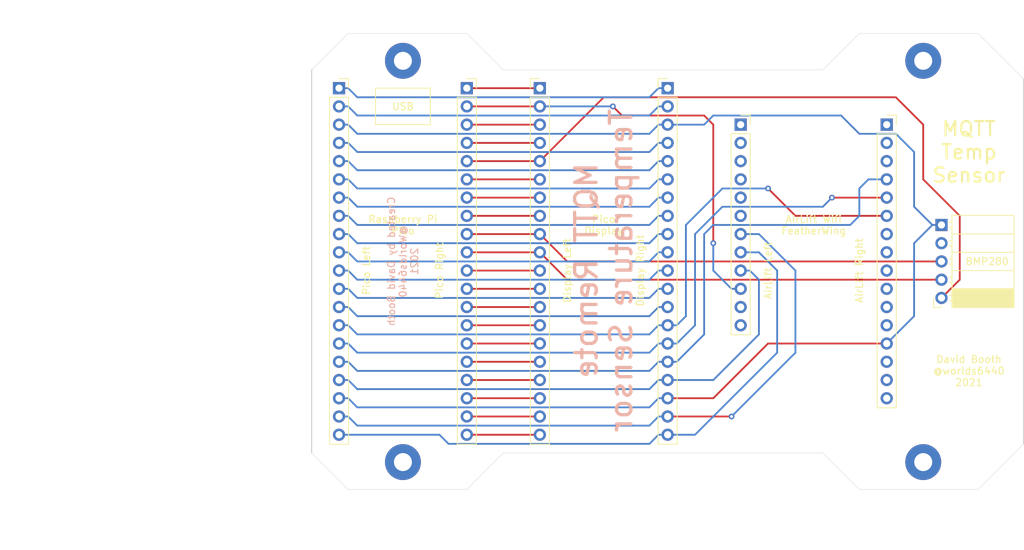
<source format=kicad_pcb>
(kicad_pcb (version 20171130) (host pcbnew "(5.1.9)-1")

  (general
    (thickness 1.6)
    (drawings 29)
    (tracks 199)
    (zones 0)
    (modules 11)
    (nets 1)
  )

  (page A4)
  (layers
    (0 F.Cu signal)
    (31 B.Cu signal)
    (32 B.Adhes user)
    (33 F.Adhes user)
    (34 B.Paste user)
    (35 F.Paste user)
    (36 B.SilkS user)
    (37 F.SilkS user)
    (38 B.Mask user)
    (39 F.Mask user)
    (40 Dwgs.User user)
    (41 Cmts.User user)
    (42 Eco1.User user)
    (43 Eco2.User user)
    (44 Edge.Cuts user)
    (45 Margin user)
    (46 B.CrtYd user)
    (47 F.CrtYd user)
    (48 B.Fab user)
    (49 F.Fab user)
  )

  (setup
    (last_trace_width 0.25)
    (trace_clearance 0.2)
    (zone_clearance 0.508)
    (zone_45_only no)
    (trace_min 0.2)
    (via_size 0.8)
    (via_drill 0.4)
    (via_min_size 0.4)
    (via_min_drill 0.3)
    (uvia_size 0.3)
    (uvia_drill 0.1)
    (uvias_allowed no)
    (uvia_min_size 0.2)
    (uvia_min_drill 0.1)
    (edge_width 0.05)
    (segment_width 0.2)
    (pcb_text_width 0.3)
    (pcb_text_size 1.5 1.5)
    (mod_edge_width 0.12)
    (mod_text_size 1 1)
    (mod_text_width 0.15)
    (pad_size 1.7 1.7)
    (pad_drill 1)
    (pad_to_mask_clearance 0)
    (aux_axis_origin 0 0)
    (visible_elements 7FFFFFFF)
    (pcbplotparams
      (layerselection 0x010f0_ffffffff)
      (usegerberextensions false)
      (usegerberattributes true)
      (usegerberadvancedattributes true)
      (creategerberjobfile false)
      (excludeedgelayer false)
      (linewidth 0.150000)
      (plotframeref false)
      (viasonmask false)
      (mode 1)
      (useauxorigin true)
      (hpglpennumber 1)
      (hpglpenspeed 20)
      (hpglpendiameter 15.000000)
      (psnegative false)
      (psa4output false)
      (plotreference true)
      (plotvalue true)
      (plotinvisibletext false)
      (padsonsilk true)
      (subtractmaskfromsilk false)
      (outputformat 1)
      (mirror false)
      (drillshape 0)
      (scaleselection 1)
      (outputdirectory "plots/"))
  )

  (net 0 "")

  (net_class Default "This is the default net class."
    (clearance 0.2)
    (trace_width 0.25)
    (via_dia 0.8)
    (via_drill 0.4)
    (uvia_dia 0.3)
    (uvia_drill 0.1)
  )

  (module MountingHole:MountingHole_2.5mm_Pad_TopBottom (layer F.Cu) (tedit 56D1B4CB) (tstamp 606919A9)
    (at 31.75 77.47)
    (descr "Mounting Hole 2.5mm")
    (tags "mounting hole 2.5mm")
    (attr virtual)
    (fp_text reference REF** (at 0 10.16) (layer F.Fab)
      (effects (font (size 1 1) (thickness 0.15)))
    )
    (fp_text value MountingHole_2.5mm_Pad_TopBottom (at -41.91 -31.75) (layer F.Fab)
      (effects (font (size 1 1) (thickness 0.15)))
    )
    (fp_circle (center 0 0) (end 2.5 0) (layer Cmts.User) (width 0.15))
    (fp_circle (center 0 0) (end 2.75 0) (layer F.CrtYd) (width 0.05))
    (fp_text user %R (at 0.3 0) (layer F.Fab)
      (effects (font (size 1 1) (thickness 0.15)))
    )
    (pad 1 thru_hole circle (at 0 0) (size 2.9 2.9) (drill 2.5) (layers *.Cu *.Mask))
    (pad 1 connect circle (at 0 0) (size 5 5) (layers F.Cu F.Mask))
    (pad 1 connect circle (at 0 0) (size 5 5) (layers B.Cu B.Mask))
  )

  (module MountingHole:MountingHole_2.5mm_Pad_TopBottom (layer F.Cu) (tedit 56D1B4CB) (tstamp 606919A9)
    (at 104.14 77.47)
    (descr "Mounting Hole 2.5mm")
    (tags "mounting hole 2.5mm")
    (attr virtual)
    (fp_text reference REF** (at 0 11.43) (layer F.Fab)
      (effects (font (size 1 1) (thickness 0.15)))
    )
    (fp_text value MountingHole_2.5mm_Pad_TopBottom (at -113.03 -29.21) (layer F.Fab)
      (effects (font (size 1 1) (thickness 0.15)))
    )
    (fp_circle (center 0 0) (end 2.5 0) (layer Cmts.User) (width 0.15))
    (fp_circle (center 0 0) (end 2.75 0) (layer F.CrtYd) (width 0.05))
    (fp_text user %R (at 0.3 0) (layer F.Fab)
      (effects (font (size 1 1) (thickness 0.15)))
    )
    (pad 1 thru_hole circle (at 0 0) (size 2.9 2.9) (drill 2.5) (layers *.Cu *.Mask))
    (pad 1 connect circle (at 0 0) (size 5 5) (layers F.Cu F.Mask))
    (pad 1 connect circle (at 0 0) (size 5 5) (layers B.Cu B.Mask))
  )

  (module MountingHole:MountingHole_2.5mm_Pad_TopBottom (layer F.Cu) (tedit 56D1B4CB) (tstamp 606919A9)
    (at 104.14 21.59)
    (descr "Mounting Hole 2.5mm")
    (tags "mounting hole 2.5mm")
    (attr virtual)
    (fp_text reference REF** (at 0 -7.62) (layer F.Fab)
      (effects (font (size 1 1) (thickness 0.15)))
    )
    (fp_text value MountingHole_2.5mm_Pad_TopBottom (at -113.03 29.21) (layer F.Fab)
      (effects (font (size 1 1) (thickness 0.15)))
    )
    (fp_circle (center 0 0) (end 2.5 0) (layer Cmts.User) (width 0.15))
    (fp_circle (center 0 0) (end 2.75 0) (layer F.CrtYd) (width 0.05))
    (fp_text user %R (at 0.3 0) (layer F.Fab)
      (effects (font (size 1 1) (thickness 0.15)))
    )
    (pad 1 thru_hole circle (at 0 0) (size 2.9 2.9) (drill 2.5) (layers *.Cu *.Mask))
    (pad 1 connect circle (at 0 0) (size 5 5) (layers F.Cu F.Mask))
    (pad 1 connect circle (at 0 0) (size 5 5) (layers B.Cu B.Mask))
  )

  (module MountingHole:MountingHole_2.5mm_Pad_TopBottom (layer F.Cu) (tedit 56D1B4CB) (tstamp 606919A4)
    (at 31.75 21.59)
    (descr "Mounting Hole 2.5mm")
    (tags "mounting hole 2.5mm")
    (attr virtual)
    (fp_text reference REF** (at 0 -7.62) (layer F.Fab)
      (effects (font (size 1 1) (thickness 0.15)))
    )
    (fp_text value MountingHole_2.5mm_Pad_TopBottom (at -41.91 21.59) (layer F.Fab)
      (effects (font (size 1 1) (thickness 0.15)))
    )
    (fp_circle (center 0 0) (end 2.5 0) (layer Cmts.User) (width 0.15))
    (fp_circle (center 0 0) (end 2.75 0) (layer F.CrtYd) (width 0.05))
    (fp_text user %R (at 0.3 0) (layer F.Fab)
      (effects (font (size 1 1) (thickness 0.15)))
    )
    (pad 1 connect circle (at 0 0) (size 5 5) (layers B.Cu B.Mask))
    (pad 1 connect circle (at 0 0) (size 5 5) (layers F.Cu F.Mask))
    (pad 1 thru_hole circle (at 0 0) (size 2.9 2.9) (drill 2.5) (layers *.Cu *.Mask))
  )

  (module Connector_PinSocket_2.54mm:PinSocket_1x05_P2.54mm_Horizontal (layer F.Cu) (tedit 6068CDDF) (tstamp 60690CC9)
    (at 106.68 54.61 180)
    (descr "Through hole angled socket strip, 1x05, 2.54mm pitch, 8.51mm socket length, single row (from Kicad 4.0.7), script generated")
    (tags "Through hole angled socket strip THT 1x05 2.54mm single row")
    (fp_text reference BMP280 (at 127 -3.81) (layer F.Fab)
      (effects (font (size 1 1) (thickness 0.15)))
    )
    (fp_text value PinSocket_1x05_P2.54mm_Horizontal (at 116.84 12.93) (layer F.Fab)
      (effects (font (size 1 1) (thickness 0.15)))
    )
    (fp_line (start -10.03 -1.27) (end -2.49 -1.27) (layer F.Fab) (width 0.1))
    (fp_line (start -2.49 -1.27) (end -1.52 -0.3) (layer F.Fab) (width 0.1))
    (fp_line (start -1.52 -0.3) (end -1.52 11.43) (layer F.Fab) (width 0.1))
    (fp_line (start -1.52 11.43) (end -10.03 11.43) (layer F.Fab) (width 0.1))
    (fp_line (start -10.03 11.43) (end -10.03 -1.27) (layer F.Fab) (width 0.1))
    (fp_line (start 0 -0.3) (end -1.52 -0.3) (layer F.Fab) (width 0.1))
    (fp_line (start -1.52 0.3) (end 0 0.3) (layer F.Fab) (width 0.1))
    (fp_line (start 0 0.3) (end 0 -0.3) (layer F.Fab) (width 0.1))
    (fp_line (start 0 2.24) (end -1.52 2.24) (layer F.Fab) (width 0.1))
    (fp_line (start -1.52 2.84) (end 0 2.84) (layer F.Fab) (width 0.1))
    (fp_line (start 0 2.84) (end 0 2.24) (layer F.Fab) (width 0.1))
    (fp_line (start 0 4.78) (end -1.52 4.78) (layer F.Fab) (width 0.1))
    (fp_line (start -1.52 5.38) (end 0 5.38) (layer F.Fab) (width 0.1))
    (fp_line (start 0 5.38) (end 0 4.78) (layer F.Fab) (width 0.1))
    (fp_line (start 0 7.32) (end -1.52 7.32) (layer F.Fab) (width 0.1))
    (fp_line (start -1.52 7.92) (end 0 7.92) (layer F.Fab) (width 0.1))
    (fp_line (start 0 7.92) (end 0 7.32) (layer F.Fab) (width 0.1))
    (fp_line (start 0 9.86) (end -1.52 9.86) (layer F.Fab) (width 0.1))
    (fp_line (start -1.52 10.46) (end 0 10.46) (layer F.Fab) (width 0.1))
    (fp_line (start 0 10.46) (end 0 9.86) (layer F.Fab) (width 0.1))
    (fp_line (start -10.09 -1.21) (end -1.46 -1.21) (layer F.SilkS) (width 0.12))
    (fp_line (start -10.09 -1.091905) (end -1.46 -1.091905) (layer F.SilkS) (width 0.12))
    (fp_line (start -10.09 -0.97381) (end -1.46 -0.97381) (layer F.SilkS) (width 0.12))
    (fp_line (start -10.09 -0.855715) (end -1.46 -0.855715) (layer F.SilkS) (width 0.12))
    (fp_line (start -10.09 -0.73762) (end -1.46 -0.73762) (layer F.SilkS) (width 0.12))
    (fp_line (start -10.09 -0.619525) (end -1.46 -0.619525) (layer F.SilkS) (width 0.12))
    (fp_line (start -10.09 -0.50143) (end -1.46 -0.50143) (layer F.SilkS) (width 0.12))
    (fp_line (start -10.09 -0.383335) (end -1.46 -0.383335) (layer F.SilkS) (width 0.12))
    (fp_line (start -10.09 -0.26524) (end -1.46 -0.26524) (layer F.SilkS) (width 0.12))
    (fp_line (start -10.09 -0.147145) (end -1.46 -0.147145) (layer F.SilkS) (width 0.12))
    (fp_line (start -10.09 -0.02905) (end -1.46 -0.02905) (layer F.SilkS) (width 0.12))
    (fp_line (start -10.09 0.089045) (end -1.46 0.089045) (layer F.SilkS) (width 0.12))
    (fp_line (start -10.09 0.20714) (end -1.46 0.20714) (layer F.SilkS) (width 0.12))
    (fp_line (start -10.09 0.325235) (end -1.46 0.325235) (layer F.SilkS) (width 0.12))
    (fp_line (start -10.09 0.44333) (end -1.46 0.44333) (layer F.SilkS) (width 0.12))
    (fp_line (start -10.09 0.561425) (end -1.46 0.561425) (layer F.SilkS) (width 0.12))
    (fp_line (start -10.09 0.67952) (end -1.46 0.67952) (layer F.SilkS) (width 0.12))
    (fp_line (start -10.09 0.797615) (end -1.46 0.797615) (layer F.SilkS) (width 0.12))
    (fp_line (start -10.09 0.91571) (end -1.46 0.91571) (layer F.SilkS) (width 0.12))
    (fp_line (start -10.09 1.033805) (end -1.46 1.033805) (layer F.SilkS) (width 0.12))
    (fp_line (start -10.09 1.1519) (end -1.46 1.1519) (layer F.SilkS) (width 0.12))
    (fp_line (start -1.46 -0.36) (end -1.11 -0.36) (layer F.SilkS) (width 0.12))
    (fp_line (start -1.46 0.36) (end -1.11 0.36) (layer F.SilkS) (width 0.12))
    (fp_line (start -1.46 2.18) (end -1.05 2.18) (layer F.SilkS) (width 0.12))
    (fp_line (start -1.46 2.9) (end -1.05 2.9) (layer F.SilkS) (width 0.12))
    (fp_line (start -1.46 4.72) (end -1.05 4.72) (layer F.SilkS) (width 0.12))
    (fp_line (start -1.46 5.44) (end -1.05 5.44) (layer F.SilkS) (width 0.12))
    (fp_line (start -1.46 7.26) (end -1.05 7.26) (layer F.SilkS) (width 0.12))
    (fp_line (start -1.46 7.98) (end -1.05 7.98) (layer F.SilkS) (width 0.12))
    (fp_line (start -1.46 9.8) (end -1.05 9.8) (layer F.SilkS) (width 0.12))
    (fp_line (start -1.46 10.52) (end -1.05 10.52) (layer F.SilkS) (width 0.12))
    (fp_line (start -10.09 1.27) (end -1.46 1.27) (layer F.SilkS) (width 0.12))
    (fp_line (start -10.09 3.81) (end -1.46 3.81) (layer F.SilkS) (width 0.12))
    (fp_line (start -10.09 6.35) (end -1.46 6.35) (layer F.SilkS) (width 0.12))
    (fp_line (start -10.09 8.89) (end -1.46 8.89) (layer F.SilkS) (width 0.12))
    (fp_line (start -10.09 -1.33) (end -1.46 -1.33) (layer F.SilkS) (width 0.12))
    (fp_line (start -1.46 -1.33) (end -1.46 11.49) (layer F.SilkS) (width 0.12))
    (fp_line (start -10.09 11.49) (end -1.46 11.49) (layer F.SilkS) (width 0.12))
    (fp_line (start -10.09 -1.33) (end -10.09 11.49) (layer F.SilkS) (width 0.12))
    (fp_line (start 1.11 -1.33) (end 1.11 0) (layer F.SilkS) (width 0.12))
    (fp_line (start 0 -1.33) (end 1.11 -1.33) (layer F.SilkS) (width 0.12))
    (fp_line (start 1.75 -1.75) (end -10.55 -1.75) (layer F.CrtYd) (width 0.05))
    (fp_line (start -10.55 -1.75) (end -10.55 11.95) (layer F.CrtYd) (width 0.05))
    (fp_line (start -10.55 11.95) (end 1.75 11.95) (layer F.CrtYd) (width 0.05))
    (fp_line (start 1.75 11.95) (end 1.75 -1.75) (layer F.CrtYd) (width 0.05))
    (pad 3V3 thru_hole oval (at 0 0 180) (size 1.7 1.7) (drill 1) (layers *.Cu *.Mask))
    (pad SDA thru_hole oval (at 0 2.54 180) (size 1.7 1.7) (drill 1) (layers *.Cu *.Mask))
    (pad SCL thru_hole oval (at 0 5.08 180) (size 1.7 1.7) (drill 1) (layers *.Cu *.Mask))
    (pad "" thru_hole oval (at 0 7.62 180) (size 1.7 1.7) (drill 1) (layers *.Cu *.Mask))
    (pad GND thru_hole rect (at 0 10.16 180) (size 1.7 1.7) (drill 1) (layers *.Cu *.Mask))
    (model ${KISYS3DMOD}/Connector_PinSocket_2.54mm.3dshapes/PinSocket_1x05_P2.54mm_Horizontal.wrl
      (at (xyz 0 0 0))
      (scale (xyz 1 1 1))
      (rotate (xyz 0 0 0))
    )
  )

  (module Connector_PinSocket_2.54mm:PinSocket_1x16_P2.54mm_Vertical (layer F.Cu) (tedit 6068CCE6) (tstamp 60690A1C)
    (at 99.06 30.48)
    (descr "Through hole straight socket strip, 1x16, 2.54mm pitch, single row (from Kicad 4.0.7), script generated")
    (tags "Through hole socket strip THT 1x16 2.54mm single row")
    (fp_text reference "AirLift Right" (at -3.81 20.32 90) (layer F.SilkS)
      (effects (font (size 1 1) (thickness 0.15)))
    )
    (fp_text value PinSocket_1x16_P2.54mm_Vertical (at -109.22 7.62) (layer F.Fab)
      (effects (font (size 1 1) (thickness 0.15)))
    )
    (fp_line (start -1.27 -1.27) (end 0.635 -1.27) (layer F.Fab) (width 0.1))
    (fp_line (start 0.635 -1.27) (end 1.27 -0.635) (layer F.Fab) (width 0.1))
    (fp_line (start 1.27 -0.635) (end 1.27 39.37) (layer F.Fab) (width 0.1))
    (fp_line (start 1.27 39.37) (end -1.27 39.37) (layer F.Fab) (width 0.1))
    (fp_line (start -1.27 39.37) (end -1.27 -1.27) (layer F.Fab) (width 0.1))
    (fp_line (start -1.33 1.27) (end 1.33 1.27) (layer F.SilkS) (width 0.12))
    (fp_line (start -1.33 1.27) (end -1.33 39.43) (layer F.SilkS) (width 0.12))
    (fp_line (start -1.33 39.43) (end 1.33 39.43) (layer F.SilkS) (width 0.12))
    (fp_line (start 1.33 1.27) (end 1.33 39.43) (layer F.SilkS) (width 0.12))
    (fp_line (start 1.33 -1.33) (end 1.33 0) (layer F.SilkS) (width 0.12))
    (fp_line (start 0 -1.33) (end 1.33 -1.33) (layer F.SilkS) (width 0.12))
    (fp_line (start -1.8 -1.8) (end 1.75 -1.8) (layer F.CrtYd) (width 0.05))
    (fp_line (start 1.75 -1.8) (end 1.75 39.9) (layer F.CrtYd) (width 0.05))
    (fp_line (start 1.75 39.9) (end -1.8 39.9) (layer F.CrtYd) (width 0.05))
    (fp_line (start -1.8 39.9) (end -1.8 -1.8) (layer F.CrtYd) (width 0.05))
    (fp_text user %R (at -99.06 41.91 90) (layer F.Fab)
      (effects (font (size 1 1) (thickness 0.15)))
    )
    (pad "" thru_hole oval (at 0 38.1) (size 1.7 1.7) (drill 1) (layers *.Cu *.Mask))
    (pad "" thru_hole oval (at 0 35.56) (size 1.7 1.7) (drill 1) (layers *.Cu *.Mask))
    (pad "" thru_hole oval (at 0 33.02) (size 1.7 1.7) (drill 1) (layers *.Cu *.Mask))
    (pad GND thru_hole oval (at 0 30.48) (size 1.7 1.7) (drill 1) (layers *.Cu *.Mask))
    (pad "" thru_hole oval (at 0 27.94) (size 1.7 1.7) (drill 1) (layers *.Cu *.Mask))
    (pad "" thru_hole oval (at 0 25.4) (size 1.7 1.7) (drill 1) (layers *.Cu *.Mask))
    (pad "" thru_hole oval (at 0 22.86) (size 1.7 1.7) (drill 1) (layers *.Cu *.Mask))
    (pad "" thru_hole oval (at 0 20.32) (size 1.7 1.7) (drill 1) (layers *.Cu *.Mask))
    (pad "" thru_hole oval (at 0 17.78) (size 1.7 1.7) (drill 1) (layers *.Cu *.Mask))
    (pad "" thru_hole oval (at 0 15.24) (size 1.7 1.7) (drill 1) (layers *.Cu *.Mask))
    (pad SCK thru_hole oval (at 0 12.7) (size 1.7 1.7) (drill 1) (layers *.Cu *.Mask))
    (pad MOSI thru_hole oval (at 0 10.16) (size 1.7 1.7) (drill 1) (layers *.Cu *.Mask))
    (pad MISO thru_hole oval (at 0 7.62) (size 1.7 1.7) (drill 1) (layers *.Cu *.Mask))
    (pad ESPTX thru_hole oval (at 0 5.08) (size 1.7 1.7) (drill 1) (layers *.Cu *.Mask))
    (pad ESPRX thru_hole oval (at 0 2.54) (size 1.7 1.7) (drill 1) (layers *.Cu *.Mask))
    (pad "" thru_hole rect (at 0 0) (size 1.7 1.7) (drill 1) (layers *.Cu *.Mask))
    (model ${KISYS3DMOD}/Connector_PinSocket_2.54mm.3dshapes/PinSocket_1x16_P2.54mm_Vertical.wrl
      (at (xyz 0 0 0))
      (scale (xyz 1 1 1))
      (rotate (xyz 0 0 0))
    )
  )

  (module Connector_PinSocket_2.54mm:PinSocket_1x12_P2.54mm_Vertical (layer F.Cu) (tedit 6068CC73) (tstamp 60690909)
    (at 78.74 30.48)
    (descr "Through hole straight socket strip, 1x12, 2.54mm pitch, single row (from Kicad 4.0.7), script generated")
    (tags "Through hole socket strip THT 1x12 2.54mm single row")
    (fp_text reference "AirLift Left" (at 3.81 20.32 -90) (layer F.SilkS)
      (effects (font (size 1 1) (thickness 0.15)))
    )
    (fp_text value PinSocket_1x12_P2.54mm_Vertical (at -88.9 5.08) (layer F.Fab)
      (effects (font (size 1 1) (thickness 0.15)))
    )
    (fp_line (start -1.27 -1.27) (end 0.635 -1.27) (layer F.Fab) (width 0.1))
    (fp_line (start 0.635 -1.27) (end 1.27 -0.635) (layer F.Fab) (width 0.1))
    (fp_line (start 1.27 -0.635) (end 1.27 29.21) (layer F.Fab) (width 0.1))
    (fp_line (start 1.27 29.21) (end -1.27 29.21) (layer F.Fab) (width 0.1))
    (fp_line (start -1.27 29.21) (end -1.27 -1.27) (layer F.Fab) (width 0.1))
    (fp_line (start -1.33 1.27) (end 1.33 1.27) (layer F.SilkS) (width 0.12))
    (fp_line (start -1.33 1.27) (end -1.33 29.27) (layer F.SilkS) (width 0.12))
    (fp_line (start -1.33 29.27) (end 1.33 29.27) (layer F.SilkS) (width 0.12))
    (fp_line (start 1.33 1.27) (end 1.33 29.27) (layer F.SilkS) (width 0.12))
    (fp_line (start 1.33 -1.33) (end 1.33 0) (layer F.SilkS) (width 0.12))
    (fp_line (start 0 -1.33) (end 1.33 -1.33) (layer F.SilkS) (width 0.12))
    (fp_line (start -1.8 -1.8) (end 1.75 -1.8) (layer F.CrtYd) (width 0.05))
    (fp_line (start 1.75 -1.8) (end 1.75 29.7) (layer F.CrtYd) (width 0.05))
    (fp_line (start 1.75 29.7) (end -1.8 29.7) (layer F.CrtYd) (width 0.05))
    (fp_line (start -1.8 29.7) (end -1.8 -1.8) (layer F.CrtYd) (width 0.05))
    (fp_text user %R (at -78.74 33.02 90) (layer F.Fab)
      (effects (font (size 1 1) (thickness 0.15)))
    )
    (pad "" thru_hole oval (at 0 27.94) (size 1.7 1.7) (drill 1) (layers *.Cu *.Mask))
    (pad EN thru_hole oval (at 0 25.4) (size 1.7 1.7) (drill 1) (layers *.Cu *.Mask))
    (pad VUSB thru_hole oval (at 0 22.86) (size 1.7 1.7) (drill 1) (layers *.Cu *.Mask))
    (pad ESPCS thru_hole oval (at 0 20.32) (size 1.7 1.7) (drill 1) (layers *.Cu *.Mask))
    (pad ESPRST thru_hole oval (at 0 17.78) (size 1.7 1.7) (drill 1) (layers *.Cu *.Mask))
    (pad ESPBUSY thru_hole oval (at 0 15.24) (size 1.7 1.7) (drill 1) (layers *.Cu *.Mask))
    (pad ESPGPIO0 thru_hole oval (at 0 12.7) (size 1.7 1.7) (drill 1) (layers *.Cu *.Mask))
    (pad "" thru_hole oval (at 0 10.16) (size 1.7 1.7) (drill 1) (layers *.Cu *.Mask))
    (pad "" thru_hole oval (at 0 7.62) (size 1.7 1.7) (drill 1) (layers *.Cu *.Mask))
    (pad "" thru_hole oval (at 0 5.08) (size 1.7 1.7) (drill 1) (layers *.Cu *.Mask))
    (pad SCL thru_hole oval (at 0 2.54) (size 1.7 1.7) (drill 1) (layers *.Cu *.Mask))
    (pad SDA thru_hole rect (at 0 0) (size 1.7 1.7) (drill 1) (layers *.Cu *.Mask))
    (model ${KISYS3DMOD}/Connector_PinSocket_2.54mm.3dshapes/PinSocket_1x12_P2.54mm_Vertical.wrl
      (at (xyz 0 0 0))
      (scale (xyz 1 1 1))
      (rotate (xyz 0 0 0))
    )
  )

  (module Connector_PinHeader_2.54mm:PinHeader_1x20_P2.54mm_Vertical (layer F.Cu) (tedit 6068C790) (tstamp 6068DEA1)
    (at 50.8 25.4)
    (descr "Through hole straight pin header, 1x20, 2.54mm pitch, single row")
    (tags "Through hole pin header THT 1x20 2.54mm single row")
    (fp_text reference "Display Left" (at 3.81 25.4 -90) (layer F.SilkS)
      (effects (font (size 1 1) (thickness 0.15)))
    )
    (fp_text value PinHeader_1x20_P2.54mm_Vertical (at -60.96 5.08) (layer F.Fab)
      (effects (font (size 1 1) (thickness 0.15)))
    )
    (fp_line (start -0.635 -1.27) (end 1.27 -1.27) (layer F.Fab) (width 0.1))
    (fp_line (start 1.27 -1.27) (end 1.27 49.53) (layer F.Fab) (width 0.1))
    (fp_line (start 1.27 49.53) (end -1.27 49.53) (layer F.Fab) (width 0.1))
    (fp_line (start -1.27 49.53) (end -1.27 -0.635) (layer F.Fab) (width 0.1))
    (fp_line (start -1.27 -0.635) (end -0.635 -1.27) (layer F.Fab) (width 0.1))
    (fp_line (start -1.33 49.59) (end 1.33 49.59) (layer F.SilkS) (width 0.12))
    (fp_line (start -1.33 1.27) (end -1.33 49.59) (layer F.SilkS) (width 0.12))
    (fp_line (start 1.33 1.27) (end 1.33 49.59) (layer F.SilkS) (width 0.12))
    (fp_line (start -1.33 1.27) (end 1.33 1.27) (layer F.SilkS) (width 0.12))
    (fp_line (start -1.33 0) (end -1.33 -1.33) (layer F.SilkS) (width 0.12))
    (fp_line (start -1.33 -1.33) (end 0 -1.33) (layer F.SilkS) (width 0.12))
    (fp_line (start -1.8 -1.8) (end -1.8 50.05) (layer F.CrtYd) (width 0.05))
    (fp_line (start -1.8 50.05) (end 1.8 50.05) (layer F.CrtYd) (width 0.05))
    (fp_line (start 1.8 50.05) (end 1.8 -1.8) (layer F.CrtYd) (width 0.05))
    (fp_line (start 1.8 -1.8) (end -1.8 -1.8) (layer F.CrtYd) (width 0.05))
    (fp_text user %R (at -48.26 45.72 90) (layer F.Fab)
      (effects (font (size 1 1) (thickness 0.15)))
    )
    (pad GP16 thru_hole oval (at 0 48.26) (size 1.7 1.7) (drill 1) (layers *.Cu *.Mask))
    (pad GP17 thru_hole oval (at 0 45.72) (size 1.7 1.7) (drill 1) (layers *.Cu *.Mask))
    (pad GND thru_hole oval (at 0 43.18) (size 1.7 1.7) (drill 1) (layers *.Cu *.Mask))
    (pad GP18 thru_hole oval (at 0 40.64) (size 1.7 1.7) (drill 1) (layers *.Cu *.Mask))
    (pad GP19 thru_hole oval (at 0 38.1) (size 1.7 1.7) (drill 1) (layers *.Cu *.Mask))
    (pad GP20 thru_hole oval (at 0 35.56) (size 1.7 1.7) (drill 1) (layers *.Cu *.Mask))
    (pad GP21 thru_hole oval (at 0 33.02) (size 1.7 1.7) (drill 1) (layers *.Cu *.Mask))
    (pad GND thru_hole oval (at 0 30.48) (size 1.7 1.7) (drill 1) (layers *.Cu *.Mask))
    (pad GP22 thru_hole oval (at 0 27.94) (size 1.7 1.7) (drill 1) (layers *.Cu *.Mask))
    (pad RUN thru_hole oval (at 0 25.4) (size 1.7 1.7) (drill 1) (layers *.Cu *.Mask))
    (pad GP26 thru_hole oval (at 0 22.86) (size 1.7 1.7) (drill 1) (layers *.Cu *.Mask))
    (pad GP27 thru_hole oval (at 0 20.32) (size 1.7 1.7) (drill 1) (layers *.Cu *.Mask))
    (pad GND thru_hole oval (at 0 17.78) (size 1.7 1.7) (drill 1) (layers *.Cu *.Mask))
    (pad GP28 thru_hole oval (at 0 15.24) (size 1.7 1.7) (drill 1) (layers *.Cu *.Mask))
    (pad VREF thru_hole oval (at 0 12.7) (size 1.7 1.7) (drill 1) (layers *.Cu *.Mask))
    (pad 3V3 thru_hole oval (at 0 10.16) (size 1.7 1.7) (drill 1) (layers *.Cu *.Mask))
    (pad 3V3EN thru_hole oval (at 0 7.62) (size 1.7 1.7) (drill 1) (layers *.Cu *.Mask))
    (pad GND thru_hole oval (at 0 5.08) (size 1.7 1.7) (drill 1) (layers *.Cu *.Mask))
    (pad VSYS thru_hole oval (at 0 2.54) (size 1.7 1.7) (drill 1) (layers *.Cu *.Mask))
    (pad VBUS thru_hole rect (at 0 0) (size 1.7 1.7) (drill 1) (layers *.Cu *.Mask))
    (model ${KISYS3DMOD}/Connector_PinHeader_2.54mm.3dshapes/PinHeader_1x20_P2.54mm_Vertical.wrl
      (at (xyz 0 0 0))
      (scale (xyz 1 1 1))
      (rotate (xyz 0 0 0))
    )
  )

  (module Connector_PinSocket_2.54mm:PinSocket_1x20_P2.54mm_Vertical (layer F.Cu) (tedit 6068C4A2) (tstamp 6068E5E3)
    (at 22.86 25.4)
    (descr "Through hole straight socket strip, 1x20, 2.54mm pitch, single row (from Kicad 4.0.7), script generated")
    (tags "Through hole socket strip THT 1x20 2.54mm single row")
    (fp_text reference "Pico Left" (at 3.81 25.4 -90) (layer F.SilkS)
      (effects (font (size 1 1) (thickness 0.15)))
    )
    (fp_text value PinSocket_1x20_P2.54mm_Vertical (at -33.02 0) (layer F.Fab)
      (effects (font (size 1 1) (thickness 0.15)))
    )
    (fp_line (start -1.27 -1.27) (end 0.635 -1.27) (layer F.Fab) (width 0.1))
    (fp_line (start 0.635 -1.27) (end 1.27 -0.635) (layer F.Fab) (width 0.1))
    (fp_line (start 1.27 -0.635) (end 1.27 49.53) (layer F.Fab) (width 0.1))
    (fp_line (start 1.27 49.53) (end -1.27 49.53) (layer F.Fab) (width 0.1))
    (fp_line (start -1.27 49.53) (end -1.27 -1.27) (layer F.Fab) (width 0.1))
    (fp_line (start -1.33 1.27) (end 1.33 1.27) (layer F.SilkS) (width 0.12))
    (fp_line (start -1.33 1.27) (end -1.33 49.59) (layer F.SilkS) (width 0.12))
    (fp_line (start -1.33 49.59) (end 1.33 49.59) (layer F.SilkS) (width 0.12))
    (fp_line (start 1.33 1.27) (end 1.33 49.59) (layer F.SilkS) (width 0.12))
    (fp_line (start 1.33 -1.33) (end 1.33 0) (layer F.SilkS) (width 0.12))
    (fp_line (start 0 -1.33) (end 1.33 -1.33) (layer F.SilkS) (width 0.12))
    (fp_line (start -1.8 -1.8) (end 1.75 -1.8) (layer F.CrtYd) (width 0.05))
    (fp_line (start 1.75 -1.8) (end 1.75 50) (layer F.CrtYd) (width 0.05))
    (fp_line (start 1.75 50) (end -1.8 50) (layer F.CrtYd) (width 0.05))
    (fp_line (start -1.8 50) (end -1.8 -1.8) (layer F.CrtYd) (width 0.05))
    (fp_text user %R (at -20.32 36.83 90) (layer F.Fab)
      (effects (font (size 1 1) (thickness 0.15)))
    )
    (pad GP0 thru_hole rect (at 0 0) (size 1.7 1.7) (drill 1) (layers *.Cu *.Mask))
    (pad GP1 thru_hole oval (at 0 2.54) (size 1.7 1.7) (drill 1) (layers *.Cu *.Mask))
    (pad GND thru_hole oval (at 0 5.08) (size 1.7 1.7) (drill 1) (layers *.Cu *.Mask))
    (pad GP2 thru_hole oval (at 0 7.62) (size 1.7 1.7) (drill 1) (layers *.Cu *.Mask))
    (pad GP3 thru_hole oval (at 0 10.16) (size 1.7 1.7) (drill 1) (layers *.Cu *.Mask))
    (pad GP4 thru_hole oval (at 0 12.7) (size 1.7 1.7) (drill 1) (layers *.Cu *.Mask))
    (pad GP5 thru_hole oval (at 0 15.24) (size 1.7 1.7) (drill 1) (layers *.Cu *.Mask))
    (pad GND thru_hole oval (at 0 17.78) (size 1.7 1.7) (drill 1) (layers *.Cu *.Mask))
    (pad GP6 thru_hole oval (at 0 20.32) (size 1.7 1.7) (drill 1) (layers *.Cu *.Mask))
    (pad GP7 thru_hole oval (at 0 22.86) (size 1.7 1.7) (drill 1) (layers *.Cu *.Mask))
    (pad GP8 thru_hole oval (at 0 25.4) (size 1.7 1.7) (drill 1) (layers *.Cu *.Mask))
    (pad GP9 thru_hole oval (at 0 27.94) (size 1.7 1.7) (drill 1) (layers *.Cu *.Mask))
    (pad GND thru_hole oval (at 0 30.48) (size 1.7 1.7) (drill 1) (layers *.Cu *.Mask))
    (pad GP10 thru_hole oval (at 0 33.02) (size 1.7 1.7) (drill 1) (layers *.Cu *.Mask))
    (pad GP11 thru_hole oval (at 0 35.56) (size 1.7 1.7) (drill 1) (layers *.Cu *.Mask))
    (pad GP12 thru_hole oval (at 0 38.1) (size 1.7 1.7) (drill 1) (layers *.Cu *.Mask))
    (pad GP13 thru_hole oval (at 0 40.64) (size 1.7 1.7) (drill 1) (layers *.Cu *.Mask))
    (pad GND thru_hole oval (at 0 43.18) (size 1.7 1.7) (drill 1) (layers *.Cu *.Mask))
    (pad GP14 thru_hole oval (at 0 45.72) (size 1.7 1.7) (drill 1) (layers *.Cu *.Mask))
    (pad GP15 thru_hole oval (at 0 48.26) (size 1.7 1.7) (drill 1) (layers *.Cu *.Mask))
    (model ${KISYS3DMOD}/Connector_PinSocket_2.54mm.3dshapes/PinSocket_1x20_P2.54mm_Vertical.wrl
      (at (xyz 0 0 0))
      (scale (xyz 1 1 1))
      (rotate (xyz 0 0 0))
    )
  )

  (module Connector_PinSocket_2.54mm:PinSocket_1x20_P2.54mm_Vertical (layer F.Cu) (tedit 6068C62E) (tstamp 6068E402)
    (at 40.64 25.4)
    (descr "Through hole straight socket strip, 1x20, 2.54mm pitch, single row (from Kicad 4.0.7), script generated")
    (tags "Through hole socket strip THT 1x20 2.54mm single row")
    (fp_text reference "Pico Right" (at -3.81 25.4 90) (layer F.SilkS)
      (effects (font (size 1 1) (thickness 0.15)))
    )
    (fp_text value PinSocket_1x20_P2.54mm_Vertical (at -50.8 2.54) (layer F.Fab)
      (effects (font (size 1 1) (thickness 0.15)))
    )
    (fp_line (start -1.27 -1.27) (end 0.635 -1.27) (layer F.Fab) (width 0.1))
    (fp_line (start 0.635 -1.27) (end 1.27 -0.635) (layer F.Fab) (width 0.1))
    (fp_line (start 1.27 -0.635) (end 1.27 49.53) (layer F.Fab) (width 0.1))
    (fp_line (start 1.27 49.53) (end -1.27 49.53) (layer F.Fab) (width 0.1))
    (fp_line (start -1.27 49.53) (end -1.27 -1.27) (layer F.Fab) (width 0.1))
    (fp_line (start -1.33 1.27) (end 1.33 1.27) (layer F.SilkS) (width 0.12))
    (fp_line (start -1.33 1.27) (end -1.33 49.59) (layer F.SilkS) (width 0.12))
    (fp_line (start -1.33 49.59) (end 1.33 49.59) (layer F.SilkS) (width 0.12))
    (fp_line (start 1.33 1.27) (end 1.33 49.59) (layer F.SilkS) (width 0.12))
    (fp_line (start 1.33 -1.33) (end 1.33 0) (layer F.SilkS) (width 0.12))
    (fp_line (start 0 -1.33) (end 1.33 -1.33) (layer F.SilkS) (width 0.12))
    (fp_line (start -1.8 -1.8) (end 1.75 -1.8) (layer F.CrtYd) (width 0.05))
    (fp_line (start 1.75 -1.8) (end 1.75 50) (layer F.CrtYd) (width 0.05))
    (fp_line (start 1.75 50) (end -1.8 50) (layer F.CrtYd) (width 0.05))
    (fp_line (start -1.8 50) (end -1.8 -1.8) (layer F.CrtYd) (width 0.05))
    (fp_text user %R (at -35.56 36.83 90) (layer F.Fab)
      (effects (font (size 1 1) (thickness 0.15)))
    )
    (pad GP16 thru_hole oval (at 0 48.26) (size 1.7 1.7) (drill 1) (layers *.Cu *.Mask))
    (pad GP17 thru_hole oval (at 0 45.72) (size 1.7 1.7) (drill 1) (layers *.Cu *.Mask))
    (pad GND thru_hole oval (at 0 43.18) (size 1.7 1.7) (drill 1) (layers *.Cu *.Mask))
    (pad GP18 thru_hole oval (at 0 40.64) (size 1.7 1.7) (drill 1) (layers *.Cu *.Mask))
    (pad GP19 thru_hole oval (at 0 38.1) (size 1.7 1.7) (drill 1) (layers *.Cu *.Mask))
    (pad GP20 thru_hole oval (at 0 35.56) (size 1.7 1.7) (drill 1) (layers *.Cu *.Mask))
    (pad GP21 thru_hole oval (at 0 33.02) (size 1.7 1.7) (drill 1) (layers *.Cu *.Mask))
    (pad GND thru_hole oval (at 0 30.48) (size 1.7 1.7) (drill 1) (layers *.Cu *.Mask))
    (pad GP22 thru_hole oval (at 0 27.94) (size 1.7 1.7) (drill 1) (layers *.Cu *.Mask))
    (pad RUN thru_hole oval (at 0 25.4) (size 1.7 1.7) (drill 1) (layers *.Cu *.Mask))
    (pad GP26 thru_hole oval (at 0 22.86) (size 1.7 1.7) (drill 1) (layers *.Cu *.Mask))
    (pad GP27 thru_hole oval (at 0 20.32) (size 1.7 1.7) (drill 1) (layers *.Cu *.Mask))
    (pad GND thru_hole oval (at 0 17.78) (size 1.7 1.7) (drill 1) (layers *.Cu *.Mask))
    (pad GP28 thru_hole oval (at 0 15.24) (size 1.7 1.7) (drill 1) (layers *.Cu *.Mask))
    (pad VREF thru_hole oval (at 0 12.7) (size 1.7 1.7) (drill 1) (layers *.Cu *.Mask))
    (pad 3V3 thru_hole oval (at 0 10.16) (size 1.7 1.7) (drill 1) (layers *.Cu *.Mask))
    (pad 3V3EN thru_hole oval (at 0 7.62) (size 1.7 1.7) (drill 1) (layers *.Cu *.Mask))
    (pad GND thru_hole oval (at 0 5.08) (size 1.7 1.7) (drill 1) (layers *.Cu *.Mask))
    (pad VSYS thru_hole oval (at 0 2.54) (size 1.7 1.7) (drill 1) (layers *.Cu *.Mask))
    (pad VBUS thru_hole rect (at 0 0) (size 1.7 1.7) (drill 1) (layers *.Cu *.Mask))
    (model ${KISYS3DMOD}/Connector_PinSocket_2.54mm.3dshapes/PinSocket_1x20_P2.54mm_Vertical.wrl
      (at (xyz 0 0 0))
      (scale (xyz 1 1 1))
      (rotate (xyz 0 0 0))
    )
  )

  (module Connector_PinHeader_2.54mm:PinHeader_1x20_P2.54mm_Vertical (layer F.Cu) (tedit 6068C84A) (tstamp 6068DECA)
    (at 68.58 25.4)
    (descr "Through hole straight pin header, 1x20, 2.54mm pitch, single row")
    (tags "Through hole pin header THT 1x20 2.54mm single row")
    (fp_text reference "Display Right" (at -3.81 25.4 90) (layer F.SilkS)
      (effects (font (size 1 1) (thickness 0.15)))
    )
    (fp_text value PinHeader_1x20_P2.54mm_Vertical (at -78.74 7.62) (layer F.Fab)
      (effects (font (size 1 1) (thickness 0.15)))
    )
    (fp_line (start -0.635 -1.27) (end 1.27 -1.27) (layer F.Fab) (width 0.1))
    (fp_line (start 1.27 -1.27) (end 1.27 49.53) (layer F.Fab) (width 0.1))
    (fp_line (start 1.27 49.53) (end -1.27 49.53) (layer F.Fab) (width 0.1))
    (fp_line (start -1.27 49.53) (end -1.27 -0.635) (layer F.Fab) (width 0.1))
    (fp_line (start -1.27 -0.635) (end -0.635 -1.27) (layer F.Fab) (width 0.1))
    (fp_line (start -1.33 49.59) (end 1.33 49.59) (layer F.SilkS) (width 0.12))
    (fp_line (start -1.33 1.27) (end -1.33 49.59) (layer F.SilkS) (width 0.12))
    (fp_line (start 1.33 1.27) (end 1.33 49.59) (layer F.SilkS) (width 0.12))
    (fp_line (start -1.33 1.27) (end 1.33 1.27) (layer F.SilkS) (width 0.12))
    (fp_line (start -1.33 0) (end -1.33 -1.33) (layer F.SilkS) (width 0.12))
    (fp_line (start -1.33 -1.33) (end 0 -1.33) (layer F.SilkS) (width 0.12))
    (fp_line (start -1.8 -1.8) (end -1.8 50.05) (layer F.CrtYd) (width 0.05))
    (fp_line (start -1.8 50.05) (end 1.8 50.05) (layer F.CrtYd) (width 0.05))
    (fp_line (start 1.8 50.05) (end 1.8 -1.8) (layer F.CrtYd) (width 0.05))
    (fp_line (start 1.8 -1.8) (end -1.8 -1.8) (layer F.CrtYd) (width 0.05))
    (fp_text user %R (at -63.5 45.72 90) (layer F.Fab)
      (effects (font (size 1 1) (thickness 0.15)))
    )
    (pad GP0 thru_hole rect (at 0 0) (size 1.7 1.7) (drill 1) (layers *.Cu *.Mask))
    (pad GP1 thru_hole oval (at 0 2.54) (size 1.7 1.7) (drill 1) (layers *.Cu *.Mask))
    (pad GND thru_hole oval (at 0 5.08) (size 1.7 1.7) (drill 1) (layers *.Cu *.Mask))
    (pad GP2 thru_hole oval (at 0 7.62) (size 1.7 1.7) (drill 1) (layers *.Cu *.Mask))
    (pad GP3 thru_hole oval (at 0 10.16) (size 1.7 1.7) (drill 1) (layers *.Cu *.Mask))
    (pad GP4 thru_hole oval (at 0 12.7) (size 1.7 1.7) (drill 1) (layers *.Cu *.Mask))
    (pad GP5 thru_hole oval (at 0 15.24) (size 1.7 1.7) (drill 1) (layers *.Cu *.Mask))
    (pad GND thru_hole oval (at 0 17.78) (size 1.7 1.7) (drill 1) (layers *.Cu *.Mask))
    (pad GP6 thru_hole oval (at 0 20.32) (size 1.7 1.7) (drill 1) (layers *.Cu *.Mask))
    (pad GP7 thru_hole oval (at 0 22.86) (size 1.7 1.7) (drill 1) (layers *.Cu *.Mask))
    (pad GP8 thru_hole oval (at 0 25.4) (size 1.7 1.7) (drill 1) (layers *.Cu *.Mask))
    (pad GP9 thru_hole oval (at 0 27.94) (size 1.7 1.7) (drill 1) (layers *.Cu *.Mask))
    (pad GND thru_hole oval (at 0 30.48) (size 1.7 1.7) (drill 1) (layers *.Cu *.Mask))
    (pad GP10 thru_hole oval (at 0 33.02) (size 1.7 1.7) (drill 1) (layers *.Cu *.Mask))
    (pad GP11 thru_hole oval (at 0 35.56) (size 1.7 1.7) (drill 1) (layers *.Cu *.Mask))
    (pad GP12 thru_hole oval (at 0 38.1) (size 1.7 1.7) (drill 1) (layers *.Cu *.Mask))
    (pad GP13 thru_hole oval (at 0 40.64) (size 1.7 1.7) (drill 1) (layers *.Cu *.Mask))
    (pad GND thru_hole oval (at 0 43.18) (size 1.7 1.7) (drill 1) (layers *.Cu *.Mask))
    (pad GP14 thru_hole oval (at 0 45.72) (size 1.7 1.7) (drill 1) (layers *.Cu *.Mask))
    (pad GP15 thru_hole oval (at 0 48.26) (size 1.7 1.7) (drill 1) (layers *.Cu *.Mask))
    (model ${KISYS3DMOD}/Connector_PinHeader_2.54mm.3dshapes/PinHeader_1x20_P2.54mm_Vertical.wrl
      (at (xyz 0 0 0))
      (scale (xyz 1 1 1))
      (rotate (xyz 0 0 0))
    )
  )

  (gr_text "Created by David Booth\n@Worlds6440\n2021" (at 31.75 49.53 90) (layer B.SilkS)
    (effects (font (size 1 1) (thickness 0.15)) (justify mirror))
  )
  (gr_text "MQTT Remote\nTemperature Sensor" (at 59.69 50.8 90) (layer B.SilkS)
    (effects (font (size 3 3) (thickness 0.45)) (justify mirror))
  )
  (gr_text "David Booth\n@worlds6440\n2021" (at 110.49 64.77) (layer F.SilkS)
    (effects (font (size 1 1) (thickness 0.15)))
  )
  (gr_text "MQTT\nTemp\nSensor" (at 110.49 34.29) (layer F.SilkS)
    (effects (font (size 2 2) (thickness 0.3)))
  )
  (gr_text BMP280 (at 113.03 49.53) (layer F.SilkS)
    (effects (font (size 1 1) (thickness 0.15)))
  )
  (gr_text "AirLift Wifi\nFeatherWing" (at 88.9 44.45) (layer F.SilkS)
    (effects (font (size 1 1) (thickness 0.15)))
  )
  (gr_text "Pico\nDisplay" (at 59.69 44.45) (layer F.SilkS)
    (effects (font (size 1 1) (thickness 0.15)))
  )
  (gr_text "Raspberry Pi\nPico" (at 31.75 44.45) (layer F.SilkS)
    (effects (font (size 1 1) (thickness 0.15)))
  )
  (gr_line (start 27.94 30.48) (end 27.94 25.4) (layer F.SilkS) (width 0.12) (tstamp 60691A33))
  (gr_line (start 35.56 30.48) (end 27.94 30.48) (layer F.SilkS) (width 0.12))
  (gr_line (start 35.56 25.4) (end 35.56 30.48) (layer F.SilkS) (width 0.12))
  (gr_line (start 27.94 25.4) (end 35.56 25.4) (layer F.SilkS) (width 0.12))
  (gr_text USB (at 31.75 27.94) (layer F.SilkS)
    (effects (font (size 1 1) (thickness 0.15)))
  )
  (gr_line (start 24.13 81.28) (end 40.64 81.28) (layer Edge.Cuts) (width 0.05) (tstamp 6069171D))
  (gr_line (start 111.76 81.28) (end 118.11 74.93) (layer Edge.Cuts) (width 0.05))
  (gr_line (start 95.25 81.28) (end 111.76 81.28) (layer Edge.Cuts) (width 0.05))
  (gr_line (start 90.17 76.2) (end 95.25 81.28) (layer Edge.Cuts) (width 0.05))
  (gr_line (start 45.72 76.2) (end 90.17 76.2) (layer Edge.Cuts) (width 0.05))
  (gr_line (start 40.64 81.28) (end 45.72 76.2) (layer Edge.Cuts) (width 0.05))
  (gr_line (start 95.25 17.78) (end 111.76 17.78) (layer Edge.Cuts) (width 0.05) (tstamp 60691716))
  (gr_line (start 24.13 17.78) (end 40.64 17.78) (layer Edge.Cuts) (width 0.05) (tstamp 60691715))
  (gr_line (start 90.17 22.86) (end 45.72 22.86) (layer Edge.Cuts) (width 0.05) (tstamp 60691713))
  (gr_line (start 95.25 17.78) (end 90.17 22.86) (layer Edge.Cuts) (width 0.05))
  (gr_line (start 118.11 24.13) (end 111.76 17.78) (layer Edge.Cuts) (width 0.05))
  (gr_line (start 40.64 17.78) (end 45.72 22.86) (layer Edge.Cuts) (width 0.05))
  (gr_line (start 19.05 76.2) (end 24.13 81.28) (layer Edge.Cuts) (width 0.05))
  (gr_line (start 19.05 22.86) (end 24.13 17.78) (layer Edge.Cuts) (width 0.05))
  (gr_line (start 19.05 76.2) (end 19.05 22.86) (layer Edge.Cuts) (width 0.15) (tstamp 60690767))
  (gr_line (start 118.11 24.13) (end 118.11 74.93) (layer Edge.Cuts) (width 0.15))

  (segment (start 40.64 25.4) (end 50.8 25.4) (width 0.25) (layer F.Cu) (net 0))
  (segment (start 40.64 27.94) (end 50.8 27.94) (width 0.25) (layer F.Cu) (net 0))
  (segment (start 40.64 30.48) (end 50.8 30.48) (width 0.25) (layer F.Cu) (net 0))
  (segment (start 40.64 33.02) (end 50.8 33.02) (width 0.25) (layer F.Cu) (net 0))
  (segment (start 40.64 35.56) (end 50.8 35.56) (width 0.25) (layer F.Cu) (net 0))
  (segment (start 40.64 38.1) (end 50.8 38.1) (width 0.25) (layer F.Cu) (net 0))
  (segment (start 40.64 40.64) (end 50.8 40.64) (width 0.25) (layer F.Cu) (net 0))
  (segment (start 40.64 43.18) (end 50.8 43.18) (width 0.25) (layer F.Cu) (net 0))
  (segment (start 40.64 45.72) (end 50.8 45.72) (width 0.25) (layer F.Cu) (net 0))
  (segment (start 40.64 48.26) (end 50.8 48.26) (width 0.25) (layer F.Cu) (net 0))
  (segment (start 40.64 50.8) (end 50.8 50.8) (width 0.25) (layer F.Cu) (net 0))
  (segment (start 40.64 53.34) (end 50.8 53.34) (width 0.25) (layer F.Cu) (net 0))
  (segment (start 40.64 55.88) (end 50.8 55.88) (width 0.25) (layer F.Cu) (net 0))
  (segment (start 40.64 58.42) (end 50.8 58.42) (width 0.25) (layer F.Cu) (net 0))
  (segment (start 40.64 60.96) (end 50.8 60.96) (width 0.25) (layer F.Cu) (net 0))
  (segment (start 40.64 63.5) (end 50.8 63.5) (width 0.25) (layer F.Cu) (net 0))
  (segment (start 40.64 66.04) (end 50.8 66.04) (width 0.25) (layer F.Cu) (net 0))
  (segment (start 40.64 68.58) (end 50.8 68.58) (width 0.25) (layer F.Cu) (net 0))
  (segment (start 40.64 71.12) (end 50.8 71.12) (width 0.25) (layer F.Cu) (net 0))
  (segment (start 40.64 73.66) (end 50.8 73.66) (width 0.25) (layer F.Cu) (net 0))
  (segment (start 22.86 25.4) (end 24.13 25.4) (width 0.25) (layer B.Cu) (net 0))
  (segment (start 24.13 25.4) (end 25.4 26.67) (width 0.25) (layer B.Cu) (net 0))
  (segment (start 25.4 26.67) (end 66.04 26.67) (width 0.25) (layer B.Cu) (net 0))
  (segment (start 67.31 25.4) (end 68.58 25.4) (width 0.25) (layer B.Cu) (net 0))
  (segment (start 66.04 26.67) (end 67.31 25.4) (width 0.25) (layer B.Cu) (net 0))
  (segment (start 22.86 27.94) (end 24.13 27.94) (width 0.25) (layer B.Cu) (net 0))
  (segment (start 24.13 27.94) (end 25.4 29.21) (width 0.25) (layer B.Cu) (net 0))
  (segment (start 25.4 29.21) (end 66.04 29.21) (width 0.25) (layer B.Cu) (net 0))
  (segment (start 66.04 29.21) (end 67.31 27.94) (width 0.25) (layer B.Cu) (net 0))
  (segment (start 67.31 27.94) (end 68.58 27.94) (width 0.25) (layer B.Cu) (net 0))
  (segment (start 22.86 30.48) (end 24.13 30.48) (width 0.25) (layer B.Cu) (net 0))
  (segment (start 24.13 30.48) (end 25.4 31.75) (width 0.25) (layer B.Cu) (net 0))
  (segment (start 25.4 31.75) (end 66.04 31.75) (width 0.25) (layer B.Cu) (net 0))
  (segment (start 66.04 31.75) (end 67.31 30.48) (width 0.25) (layer B.Cu) (net 0))
  (segment (start 67.31 30.48) (end 68.58 30.48) (width 0.25) (layer B.Cu) (net 0))
  (segment (start 22.86 33.02) (end 24.13 33.02) (width 0.25) (layer B.Cu) (net 0))
  (segment (start 24.13 33.02) (end 25.4 34.29) (width 0.25) (layer B.Cu) (net 0))
  (segment (start 25.4 34.29) (end 66.04 34.29) (width 0.25) (layer B.Cu) (net 0))
  (segment (start 66.04 34.29) (end 67.31 33.02) (width 0.25) (layer B.Cu) (net 0))
  (segment (start 67.31 33.02) (end 68.58 33.02) (width 0.25) (layer B.Cu) (net 0))
  (segment (start 22.86 35.56) (end 24.13 35.56) (width 0.25) (layer B.Cu) (net 0))
  (segment (start 24.13 35.56) (end 25.4 36.83) (width 0.25) (layer B.Cu) (net 0))
  (segment (start 25.4 36.83) (end 66.04 36.83) (width 0.25) (layer B.Cu) (net 0))
  (segment (start 66.04 36.83) (end 67.31 35.56) (width 0.25) (layer B.Cu) (net 0))
  (segment (start 67.31 35.56) (end 68.58 35.56) (width 0.25) (layer B.Cu) (net 0))
  (segment (start 22.86 38.1) (end 24.13 38.1) (width 0.25) (layer B.Cu) (net 0))
  (segment (start 24.13 38.1) (end 25.4 39.37) (width 0.25) (layer B.Cu) (net 0))
  (segment (start 25.4 39.37) (end 66.04 39.37) (width 0.25) (layer B.Cu) (net 0))
  (segment (start 66.04 39.37) (end 67.31 38.1) (width 0.25) (layer B.Cu) (net 0))
  (segment (start 67.31 38.1) (end 68.58 38.1) (width 0.25) (layer B.Cu) (net 0))
  (segment (start 22.86 40.64) (end 24.13 40.64) (width 0.25) (layer B.Cu) (net 0))
  (segment (start 24.13 40.64) (end 25.4 41.91) (width 0.25) (layer B.Cu) (net 0))
  (segment (start 25.4 41.91) (end 66.04 41.91) (width 0.25) (layer B.Cu) (net 0))
  (segment (start 66.04 41.91) (end 67.31 40.64) (width 0.25) (layer B.Cu) (net 0))
  (segment (start 67.31 40.64) (end 68.58 40.64) (width 0.25) (layer B.Cu) (net 0))
  (segment (start 22.86 43.18) (end 24.13 43.18) (width 0.25) (layer B.Cu) (net 0))
  (segment (start 24.13 43.18) (end 25.4 44.45) (width 0.25) (layer B.Cu) (net 0))
  (segment (start 25.4 44.45) (end 66.04 44.45) (width 0.25) (layer B.Cu) (net 0))
  (segment (start 66.04 44.45) (end 67.31 43.18) (width 0.25) (layer B.Cu) (net 0))
  (segment (start 67.31 43.18) (end 68.58 43.18) (width 0.25) (layer B.Cu) (net 0))
  (segment (start 22.86 45.72) (end 24.13 45.72) (width 0.25) (layer B.Cu) (net 0))
  (segment (start 24.13 45.72) (end 25.4 46.99) (width 0.25) (layer B.Cu) (net 0))
  (segment (start 25.4 46.99) (end 66.04 46.99) (width 0.25) (layer B.Cu) (net 0))
  (segment (start 66.04 46.99) (end 67.31 45.72) (width 0.25) (layer B.Cu) (net 0))
  (segment (start 67.31 45.72) (end 68.58 45.72) (width 0.25) (layer B.Cu) (net 0))
  (segment (start 22.86 48.26) (end 24.13 48.26) (width 0.25) (layer B.Cu) (net 0))
  (segment (start 24.13 48.26) (end 25.4 49.53) (width 0.25) (layer B.Cu) (net 0))
  (segment (start 25.4 49.53) (end 66.04 49.53) (width 0.25) (layer B.Cu) (net 0))
  (segment (start 66.04 49.53) (end 67.31 48.26) (width 0.25) (layer B.Cu) (net 0))
  (segment (start 67.31 48.26) (end 68.58 48.26) (width 0.25) (layer B.Cu) (net 0))
  (segment (start 22.86 50.8) (end 24.13 50.8) (width 0.25) (layer B.Cu) (net 0))
  (segment (start 24.13 50.8) (end 25.4 52.07) (width 0.25) (layer B.Cu) (net 0))
  (segment (start 25.4 52.07) (end 66.04 52.07) (width 0.25) (layer B.Cu) (net 0))
  (segment (start 66.04 52.07) (end 67.31 50.8) (width 0.25) (layer B.Cu) (net 0))
  (segment (start 67.31 50.8) (end 68.58 50.8) (width 0.25) (layer B.Cu) (net 0))
  (segment (start 22.86 53.34) (end 24.13 53.34) (width 0.25) (layer B.Cu) (net 0))
  (segment (start 24.13 53.34) (end 25.4 54.61) (width 0.25) (layer B.Cu) (net 0))
  (segment (start 25.4 54.61) (end 66.04 54.61) (width 0.25) (layer B.Cu) (net 0))
  (segment (start 66.04 54.61) (end 67.31 53.34) (width 0.25) (layer B.Cu) (net 0))
  (segment (start 67.31 53.34) (end 68.58 53.34) (width 0.25) (layer B.Cu) (net 0))
  (segment (start 22.86 55.88) (end 24.13 55.88) (width 0.25) (layer B.Cu) (net 0))
  (segment (start 24.13 55.88) (end 25.4 57.15) (width 0.25) (layer B.Cu) (net 0))
  (segment (start 25.4 57.15) (end 66.04 57.15) (width 0.25) (layer B.Cu) (net 0))
  (segment (start 66.04 57.15) (end 67.31 55.88) (width 0.25) (layer B.Cu) (net 0))
  (segment (start 67.31 55.88) (end 68.58 55.88) (width 0.25) (layer B.Cu) (net 0))
  (segment (start 22.86 58.42) (end 24.13 58.42) (width 0.25) (layer B.Cu) (net 0))
  (segment (start 24.13 58.42) (end 25.4 59.69) (width 0.25) (layer B.Cu) (net 0))
  (segment (start 25.4 59.69) (end 66.04 59.69) (width 0.25) (layer B.Cu) (net 0))
  (segment (start 66.04 59.69) (end 67.31 58.42) (width 0.25) (layer B.Cu) (net 0))
  (segment (start 67.31 58.42) (end 68.58 58.42) (width 0.25) (layer B.Cu) (net 0))
  (segment (start 22.86 60.96) (end 24.13 60.96) (width 0.25) (layer B.Cu) (net 0))
  (segment (start 24.13 60.96) (end 25.4 62.23) (width 0.25) (layer B.Cu) (net 0))
  (segment (start 25.4 62.23) (end 66.04 62.23) (width 0.25) (layer B.Cu) (net 0))
  (segment (start 66.04 62.23) (end 67.31 60.96) (width 0.25) (layer B.Cu) (net 0))
  (segment (start 67.31 60.96) (end 68.58 60.96) (width 0.25) (layer B.Cu) (net 0))
  (segment (start 22.86 63.5) (end 24.13 63.5) (width 0.25) (layer B.Cu) (net 0))
  (segment (start 24.13 63.5) (end 25.4 64.77) (width 0.25) (layer B.Cu) (net 0))
  (segment (start 25.4 64.77) (end 66.04 64.77) (width 0.25) (layer B.Cu) (net 0))
  (segment (start 66.04 64.77) (end 67.31 63.5) (width 0.25) (layer B.Cu) (net 0))
  (segment (start 67.31 63.5) (end 68.58 63.5) (width 0.25) (layer B.Cu) (net 0))
  (segment (start 22.86 66.04) (end 24.13 66.04) (width 0.25) (layer B.Cu) (net 0))
  (segment (start 24.13 66.04) (end 25.4 67.31) (width 0.25) (layer B.Cu) (net 0))
  (segment (start 25.4 67.31) (end 66.04 67.31) (width 0.25) (layer B.Cu) (net 0))
  (segment (start 66.04 67.31) (end 67.31 66.04) (width 0.25) (layer B.Cu) (net 0))
  (segment (start 67.31 66.04) (end 68.58 66.04) (width 0.25) (layer B.Cu) (net 0))
  (segment (start 22.86 68.58) (end 24.13 68.58) (width 0.25) (layer B.Cu) (net 0))
  (segment (start 24.13 68.58) (end 25.4 69.85) (width 0.25) (layer B.Cu) (net 0))
  (segment (start 25.4 69.85) (end 66.04 69.85) (width 0.25) (layer B.Cu) (net 0))
  (segment (start 66.04 69.85) (end 67.31 68.58) (width 0.25) (layer B.Cu) (net 0))
  (segment (start 67.31 68.58) (end 68.58 68.58) (width 0.25) (layer B.Cu) (net 0))
  (segment (start 22.86 71.12) (end 24.13 71.12) (width 0.25) (layer B.Cu) (net 0))
  (segment (start 24.13 71.12) (end 25.4 72.39) (width 0.25) (layer B.Cu) (net 0))
  (segment (start 25.4 72.39) (end 66.04 72.39) (width 0.25) (layer B.Cu) (net 0))
  (segment (start 66.04 72.39) (end 67.31 71.12) (width 0.25) (layer B.Cu) (net 0))
  (segment (start 67.31 71.12) (end 68.58 71.12) (width 0.25) (layer B.Cu) (net 0))
  (segment (start 54.61 49.53) (end 50.8 45.72) (width 0.25) (layer F.Cu) (net 0))
  (segment (start 106.68 49.53) (end 54.61 49.53) (width 0.25) (layer F.Cu) (net 0))
  (segment (start 54.61 52.07) (end 50.8 48.26) (width 0.25) (layer F.Cu) (net 0))
  (segment (start 106.68 52.07) (end 54.61 52.07) (width 0.25) (layer F.Cu) (net 0))
  (segment (start 59.69 26.67) (end 50.8 35.56) (width 0.25) (layer F.Cu) (net 0))
  (segment (start 104.14 30.48) (end 100.33 26.67) (width 0.25) (layer F.Cu) (net 0))
  (segment (start 104.14 38.1) (end 104.14 30.48) (width 0.25) (layer F.Cu) (net 0))
  (segment (start 109.22 43.18) (end 104.14 38.1) (width 0.25) (layer F.Cu) (net 0))
  (segment (start 100.33 26.67) (end 59.69 26.67) (width 0.25) (layer F.Cu) (net 0))
  (segment (start 109.22 52.07) (end 109.22 43.18) (width 0.25) (layer F.Cu) (net 0))
  (segment (start 106.68 54.61) (end 109.22 52.07) (width 0.25) (layer F.Cu) (net 0))
  (segment (start 106.68 44.45) (end 105.41 44.45) (width 0.25) (layer B.Cu) (net 0))
  (segment (start 105.41 44.45) (end 102.87 46.99) (width 0.25) (layer B.Cu) (net 0))
  (segment (start 102.87 57.15) (end 99.06 60.96) (width 0.25) (layer B.Cu) (net 0))
  (segment (start 102.87 46.99) (end 102.87 57.15) (width 0.25) (layer B.Cu) (net 0))
  (via (at 74.93 46.99) (size 0.8) (drill 0.4) (layers F.Cu B.Cu) (net 0))
  (segment (start 78.74 53.34) (end 77.47 53.34) (width 0.25) (layer B.Cu) (net 0))
  (segment (start 74.93 50.8) (end 74.93 46.99) (width 0.25) (layer B.Cu) (net 0))
  (segment (start 77.47 53.34) (end 74.93 50.8) (width 0.25) (layer B.Cu) (net 0))
  (via (at 60.96 27.94) (size 0.8) (drill 0.4) (layers F.Cu B.Cu) (net 0))
  (segment (start 74.93 46.99) (end 74.93 30.48) (width 0.25) (layer F.Cu) (net 0))
  (segment (start 74.93 30.48) (end 73.66 29.21) (width 0.25) (layer F.Cu) (net 0))
  (segment (start 73.66 29.21) (end 62.23 29.21) (width 0.25) (layer F.Cu) (net 0))
  (segment (start 62.23 29.21) (end 60.96 27.94) (width 0.25) (layer F.Cu) (net 0))
  (segment (start 60.96 27.94) (end 50.8 27.94) (width 0.25) (layer B.Cu) (net 0))
  (segment (start 78.74 50.8) (end 80.01 50.8) (width 0.25) (layer B.Cu) (net 0))
  (segment (start 80.01 50.8) (end 81.28 52.07) (width 0.25) (layer B.Cu) (net 0))
  (segment (start 81.28 52.07) (end 81.28 59.69) (width 0.25) (layer B.Cu) (net 0))
  (segment (start 74.93 66.04) (end 68.58 66.04) (width 0.25) (layer B.Cu) (net 0))
  (segment (start 81.28 59.69) (end 74.93 66.04) (width 0.25) (layer B.Cu) (net 0))
  (segment (start 99.06 60.96) (end 82.55 60.96) (width 0.25) (layer F.Cu) (net 0))
  (segment (start 74.93 68.58) (end 68.58 68.58) (width 0.25) (layer F.Cu) (net 0))
  (segment (start 82.55 60.96) (end 74.93 68.58) (width 0.25) (layer F.Cu) (net 0))
  (segment (start 72.39 73.66) (end 68.58 73.66) (width 0.25) (layer B.Cu) (net 0))
  (segment (start 83.82 62.23) (end 72.39 73.66) (width 0.25) (layer B.Cu) (net 0))
  (segment (start 83.82 50.8) (end 83.82 62.23) (width 0.25) (layer B.Cu) (net 0))
  (segment (start 81.28 48.26) (end 83.82 50.8) (width 0.25) (layer B.Cu) (net 0))
  (segment (start 78.74 48.26) (end 81.28 48.26) (width 0.25) (layer B.Cu) (net 0))
  (segment (start 78.74 45.72) (end 81.28 45.72) (width 0.25) (layer B.Cu) (net 0))
  (segment (start 81.28 45.72) (end 86.36 50.8) (width 0.25) (layer B.Cu) (net 0))
  (segment (start 86.36 50.8) (end 86.36 62.23) (width 0.25) (layer B.Cu) (net 0))
  (via (at 77.47 71.12) (size 0.8) (drill 0.4) (layers F.Cu B.Cu) (net 0))
  (segment (start 86.36 62.23) (end 77.47 71.12) (width 0.25) (layer B.Cu) (net 0))
  (segment (start 77.47 71.12) (end 68.58 71.12) (width 0.25) (layer F.Cu) (net 0))
  (segment (start 68.58 63.5) (end 69.85 63.5) (width 0.25) (layer B.Cu) (net 0))
  (segment (start 69.85 63.5) (end 73.66 59.69) (width 0.25) (layer B.Cu) (net 0))
  (segment (start 73.66 59.69) (end 73.66 45.72) (width 0.25) (layer B.Cu) (net 0))
  (segment (start 73.66 45.72) (end 74.93 44.45) (width 0.25) (layer B.Cu) (net 0))
  (segment (start 74.93 44.45) (end 93.98 44.45) (width 0.25) (layer B.Cu) (net 0))
  (segment (start 93.98 44.45) (end 95.25 43.18) (width 0.25) (layer B.Cu) (net 0))
  (segment (start 95.25 43.18) (end 95.25 39.37) (width 0.25) (layer B.Cu) (net 0))
  (segment (start 95.25 39.37) (end 96.52 38.1) (width 0.25) (layer B.Cu) (net 0))
  (segment (start 96.52 38.1) (end 99.06 38.1) (width 0.25) (layer B.Cu) (net 0))
  (segment (start 68.58 60.96) (end 69.85 60.96) (width 0.25) (layer B.Cu) (net 0))
  (segment (start 69.85 60.96) (end 72.39 58.42) (width 0.25) (layer B.Cu) (net 0))
  (segment (start 72.39 58.42) (end 72.39 45.72) (width 0.25) (layer B.Cu) (net 0))
  (segment (start 72.39 45.72) (end 76.2 41.91) (width 0.25) (layer B.Cu) (net 0))
  (segment (start 76.2 41.91) (end 90.17 41.91) (width 0.25) (layer B.Cu) (net 0))
  (segment (start 90.17 41.91) (end 91.44 40.64) (width 0.25) (layer B.Cu) (net 0))
  (segment (start 91.44 40.64) (end 91.44 40.64) (width 0.25) (layer B.Cu) (net 0) (tstamp 606916F6))
  (via (at 91.44 40.64) (size 0.8) (drill 0.4) (layers F.Cu B.Cu) (net 0))
  (segment (start 91.44 40.64) (end 99.06 40.64) (width 0.25) (layer F.Cu) (net 0))
  (segment (start 68.58 58.42) (end 69.85 58.42) (width 0.25) (layer B.Cu) (net 0))
  (segment (start 69.85 58.42) (end 71.12 57.15) (width 0.25) (layer B.Cu) (net 0))
  (segment (start 71.12 57.15) (end 71.12 44.45) (width 0.25) (layer B.Cu) (net 0))
  (segment (start 71.12 44.45) (end 76.2 39.37) (width 0.25) (layer B.Cu) (net 0))
  (segment (start 76.2 39.37) (end 82.55 39.37) (width 0.25) (layer B.Cu) (net 0))
  (segment (start 82.55 39.37) (end 82.55 39.37) (width 0.25) (layer B.Cu) (net 0) (tstamp 606916F8))
  (via (at 82.55 39.37) (size 0.8) (drill 0.4) (layers F.Cu B.Cu) (net 0))
  (segment (start 82.55 39.37) (end 86.36 43.18) (width 0.25) (layer F.Cu) (net 0))
  (segment (start 86.36 43.18) (end 99.06 43.18) (width 0.25) (layer F.Cu) (net 0))
  (segment (start 67.31 73.66) (end 68.58 73.66) (width 0.25) (layer B.Cu) (net 0))
  (segment (start 66.04 74.93) (end 67.31 73.66) (width 0.25) (layer B.Cu) (net 0))
  (segment (start 38.1 74.93) (end 66.04 74.93) (width 0.25) (layer B.Cu) (net 0))
  (segment (start 36.83 73.66) (end 38.1 74.93) (width 0.25) (layer B.Cu) (net 0))
  (segment (start 22.86 73.66) (end 36.83 73.66) (width 0.25) (layer B.Cu) (net 0))
  (segment (start 68.58 30.48) (end 73.66 30.48) (width 0.25) (layer B.Cu) (net 0))
  (segment (start 73.66 30.48) (end 74.93 29.21) (width 0.25) (layer B.Cu) (net 0))
  (segment (start 74.93 29.21) (end 92.71 29.21) (width 0.25) (layer B.Cu) (net 0))
  (segment (start 92.71 29.21) (end 95.25 31.75) (width 0.25) (layer B.Cu) (net 0))
  (segment (start 95.25 31.75) (end 100.33 31.75) (width 0.25) (layer B.Cu) (net 0))
  (segment (start 100.33 31.75) (end 102.87 34.29) (width 0.25) (layer B.Cu) (net 0))
  (segment (start 102.87 34.29) (end 102.87 41.91) (width 0.25) (layer B.Cu) (net 0))
  (segment (start 102.87 41.91) (end 105.41 44.45) (width 0.25) (layer B.Cu) (net 0))

)

</source>
